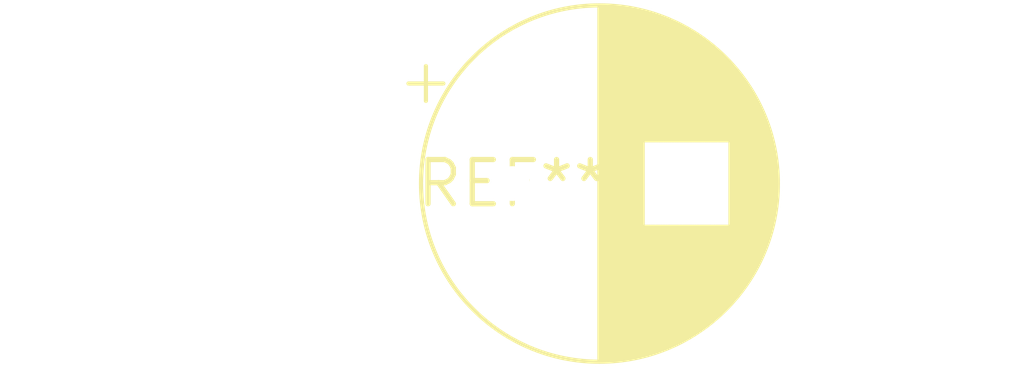
<source format=kicad_pcb>
(kicad_pcb (version 20240108) (generator pcbnew)
  (layers (0 "F.Cu" signal) (31 "B.Cu" signal) (34 "B.Paste" user) (35 "F.Paste" user) (36 "B.SilkS" user "B.Silkscreen") (37 "F.SilkS" user "F.Silkscreen") (38 "B.Mask" user) (39 "F.Mask" user) (44 "Edge.Cuts" user))
  (net 0 "")
  (footprint "CP_Radial_D10.0mm_P5.00mm" (layer "F.Cu") (at 0 0)
    (property "Reference" "REF**")
    (property "Value" "CP_Radial_D10.0mm_P5.00mm")
    (fp_line (start -2.979646 -2.875) (end -1.979646 -2.875) (layer "F.SilkS") (stroke (width 0.12)))
    (fp_line (start -2.479646 -3.375) (end -2.479646 -2.375) (layer "F.SilkS") (stroke (width 0.12)))
    (fp_line (start 2.5 -5.08) (end 2.5 5.08) (layer "F.SilkS") (stroke (width 0.12)))
    (fp_line (start 2.54 -5.08) (end 2.54 5.08) (layer "F.SilkS") (stroke (width 0.12)))
    (fp_line (start 2.58 -5.08) (end 2.58 5.08) (layer "F.SilkS") (stroke (width 0.12)))
    (fp_line (start 2.62 -5.079) (end 2.62 5.079) (layer "F.SilkS") (stroke (width 0.12)))
    (fp_line (start 2.66 -5.078) (end 2.66 5.078) (layer "F.SilkS") (stroke (width 0.12)))
    (fp_line (start 2.7 -5.077) (end 2.7 5.077) (layer "F.SilkS") (stroke (width 0.12)))
    (fp_line (start 2.74 -5.075) (end 2.74 5.075) (layer "F.SilkS") (stroke (width 0.12)))
    (fp_line (start 2.78 -5.073) (end 2.78 5.073) (layer "F.SilkS") (stroke (width 0.12)))
    (fp_line (start 2.82 -5.07) (end 2.82 5.07) (layer "F.SilkS") (stroke (width 0.12)))
    (fp_line (start 2.86 -5.068) (end 2.86 5.068) (layer "F.SilkS") (stroke (width 0.12)))
    (fp_line (start 2.9 -5.065) (end 2.9 5.065) (layer "F.SilkS") (stroke (width 0.12)))
    (fp_line (start 2.94 -5.062) (end 2.94 5.062) (layer "F.SilkS") (stroke (width 0.12)))
    (fp_line (start 2.98 -5.058) (end 2.98 5.058) (layer "F.SilkS") (stroke (width 0.12)))
    (fp_line (start 3.02 -5.054) (end 3.02 5.054) (layer "F.SilkS") (stroke (width 0.12)))
    (fp_line (start 3.06 -5.05) (end 3.06 5.05) (layer "F.SilkS") (stroke (width 0.12)))
    (fp_line (start 3.1 -5.045) (end 3.1 5.045) (layer "F.SilkS") (stroke (width 0.12)))
    (fp_line (start 3.14 -5.04) (end 3.14 5.04) (layer "F.SilkS") (stroke (width 0.12)))
    (fp_line (start 3.18 -5.035) (end 3.18 5.035) (layer "F.SilkS") (stroke (width 0.12)))
    (fp_line (start 3.221 -5.03) (end 3.221 5.03) (layer "F.SilkS") (stroke (width 0.12)))
    (fp_line (start 3.261 -5.024) (end 3.261 5.024) (layer "F.SilkS") (stroke (width 0.12)))
    (fp_line (start 3.301 -5.018) (end 3.301 5.018) (layer "F.SilkS") (stroke (width 0.12)))
    (fp_line (start 3.341 -5.011) (end 3.341 5.011) (layer "F.SilkS") (stroke (width 0.12)))
    (fp_line (start 3.381 -5.004) (end 3.381 5.004) (layer "F.SilkS") (stroke (width 0.12)))
    (fp_line (start 3.421 -4.997) (end 3.421 4.997) (layer "F.SilkS") (stroke (width 0.12)))
    (fp_line (start 3.461 -4.99) (end 3.461 4.99) (layer "F.SilkS") (stroke (width 0.12)))
    (fp_line (start 3.501 -4.982) (end 3.501 4.982) (layer "F.SilkS") (stroke (width 0.12)))
    (fp_line (start 3.541 -4.974) (end 3.541 4.974) (layer "F.SilkS") (stroke (width 0.12)))
    (fp_line (start 3.581 -4.965) (end 3.581 4.965) (layer "F.SilkS") (stroke (width 0.12)))
    (fp_line (start 3.621 -4.956) (end 3.621 4.956) (layer "F.SilkS") (stroke (width 0.12)))
    (fp_line (start 3.661 -4.947) (end 3.661 4.947) (layer "F.SilkS") (stroke (width 0.12)))
    (fp_line (start 3.701 -4.938) (end 3.701 4.938) (layer "F.SilkS") (stroke (width 0.12)))
    (fp_line (start 3.741 -4.928) (end 3.741 4.928) (layer "F.SilkS") (stroke (width 0.12)))
    (fp_line (start 3.781 -4.918) (end 3.781 -1.241) (layer "F.SilkS") (stroke (width 0.12)))
    (fp_line (start 3.781 1.241) (end 3.781 4.918) (layer "F.SilkS") (stroke (width 0.12)))
    (fp_line (start 3.821 -4.907) (end 3.821 -1.241) (layer "F.SilkS") (stroke (width 0.12)))
    (fp_line (start 3.821 1.241) (end 3.821 4.907) (layer "F.SilkS") (stroke (width 0.12)))
    (fp_line (start 3.861 -4.897) (end 3.861 -1.241) (layer "F.SilkS") (stroke (width 0.12)))
    (fp_line (start 3.861 1.241) (end 3.861 4.897) (layer "F.SilkS") (stroke (width 0.12)))
    (fp_line (start 3.901 -4.885) (end 3.901 -1.241) (layer "F.SilkS") (stroke (width 0.12)))
    (fp_line (start 3.901 1.241) (end 3.901 4.885) (layer "F.SilkS") (stroke (width 0.12)))
    (fp_line (start 3.941 -4.874) (end 3.941 -1.241) (layer "F.SilkS") (stroke (width 0.12)))
    (fp_line (start 3.941 1.241) (end 3.941 4.874) (layer "F.SilkS") (stroke (width 0.12)))
    (fp_line (start 3.981 -4.862) (end 3.981 -1.241) (layer "F.SilkS") (stroke (width 0.12)))
    (fp_line (start 3.981 1.241) (end 3.981 4.862) (layer "F.SilkS") (stroke (width 0.12)))
    (fp_line (start 4.021 -4.85) (end 4.021 -1.241) (layer "F.SilkS") (stroke (width 0.12)))
    (fp_line (start 4.021 1.241) (end 4.021 4.85) (layer "F.SilkS") (stroke (width 0.12)))
    (fp_line (start 4.061 -4.837) (end 4.061 -1.241) (layer "F.SilkS") (stroke (width 0.12)))
    (fp_line (start 4.061 1.241) (end 4.061 4.837) (layer "F.SilkS") (stroke (width 0.12)))
    (fp_line (start 4.101 -4.824) (end 4.101 -1.241) (layer "F.SilkS") (stroke (width 0.12)))
    (fp_line (start 4.101 1.241) (end 4.101 4.824) (layer "F.SilkS") (stroke (width 0.12)))
    (fp_line (start 4.141 -4.811) (end 4.141 -1.241) (layer "F.SilkS") (stroke (width 0.12)))
    (fp_line (start 4.141 1.241) (end 4.141 4.811) (layer "F.SilkS") (stroke (width 0.12)))
    (fp_line (start 4.181 -4.797) (end 4.181 -1.241) (layer "F.SilkS") (stroke (width 0.12)))
    (fp_line (start 4.181 1.241) (end 4.181 4.797) (layer "F.SilkS") (stroke (width 0.12)))
    (fp_line (start 4.221 -4.783) (end 4.221 -1.241) (layer "F.SilkS") (stroke (width 0.12)))
    (fp_line (start 4.221 1.241) (end 4.221 4.783) (layer "F.SilkS") (stroke (width 0.12)))
    (fp_line (start 4.261 -4.768) (end 4.261 -1.241) (layer "F.SilkS") (stroke (width 0.12)))
    (fp_line (start 4.261 1.241) (end 4.261 4.768) (layer "F.SilkS") (stroke (width 0.12)))
    (fp_line (start 4.301 -4.754) (end 4.301 -1.241) (layer "F.SilkS") (stroke (width 0.12)))
    (fp_line (start 4.301 1.241) (end 4.301 4.754) (layer "F.SilkS") (stroke (width 0.12)))
    (fp_line (start 4.341 -4.738) (end 4.341 -1.241) (layer "F.SilkS") (stroke (width 0.12)))
    (fp_line (start 4.341 1.241) (end 4.341 4.738) (layer "F.SilkS") (stroke (width 0.12)))
    (fp_line (start 4.381 -4.723) (end 4.381 -1.241) (layer "F.SilkS") (stroke (width 0.12)))
    (fp_line (start 4.381 1.241) (end 4.381 4.723) (layer "F.SilkS") (stroke (width 0.12)))
    (fp_line (start 4.421 -4.707) (end 4.421 -1.241) (layer "F.SilkS") (stroke (width 0.12)))
    (fp_line (start 4.421 1.241) (end 4.421 4.707) (layer "F.SilkS") (stroke (width 0.12)))
    (fp_line (start 4.461 -4.69) (end 4.461 -1.241) (layer "F.SilkS") (stroke (width 0.12)))
    (fp_line (start 4.461 1.241) (end 4.461 4.69) (layer "F.SilkS") (stroke (width 0.12)))
    (fp_line (start 4.501 -4.674) (end 4.501 -1.241) (layer "F.SilkS") (stroke (width 0.12)))
    (fp_line (start 4.501 1.241) (end 4.501 4.674) (layer "F.SilkS") (stroke (width 0.12)))
    (fp_line (start 4.541 -4.657) (end 4.541 -1.241) (layer "F.SilkS") (stroke (width 0.12)))
    (fp_line (start 4.541 1.241) (end 4.541 4.657) (layer "F.SilkS") (stroke (width 0.12)))
    (fp_line (start 4.581 -4.639) (end 4.581 -1.241) (layer "F.SilkS") (stroke (width 0.12)))
    (fp_line (start 4.581 1.241) (end 4.581 4.639) (layer "F.SilkS") (stroke (width 0.12)))
    (fp_line (start 4.621 -4.621) (end 4.621 -1.241) (layer "F.SilkS") (stroke (width 0.12)))
    (fp_line (start 4.621 1.241) (end 4.621 4.621) (layer "F.SilkS") (stroke (width 0.12)))
    (fp_line (start 4.661 -4.603) (end 4.661 -1.241) (layer "F.SilkS") (stroke (width 0.12)))
    (fp_line (start 4.661 1.241) (end 4.661 4.603) (layer "F.SilkS") (stroke (width 0.12)))
    (fp_line (start 4.701 -4.584) (end 4.701 -1.241) (layer "F.SilkS") (stroke (width 0.12)))
    (fp_line (start 4.701 1.241) (end 4.701 4.584) (layer "F.SilkS") (stroke (width 0.12)))
    (fp_line (start 4.741 -4.564) (end 4.741 -1.241) (layer "F.SilkS") (stroke (width 0.12)))
    (fp_line (start 4.741 1.241) (end 4.741 4.564) (layer "F.SilkS") (stroke (width 0.12)))
    (fp_line (start 4.781 -4.545) (end 4.781 -1.241) (layer "F.SilkS") (stroke (width 0.12)))
    (fp_line (start 4.781 1.241) (end 4.781 4.545) (layer "F.SilkS") (stroke (width 0.12)))
    (fp_line (start 4.821 -4.525) (end 4.821 -1.241) (layer "F.SilkS") (stroke (width 0.12)))
    (fp_line (start 4.821 1.241) (end 4.821 4.525) (layer "F.SilkS") (stroke (width 0.12)))
    (fp_line (start 4.861 -4.504) (end 4.861 -1.241) (layer "F.SilkS") (stroke (width 0.12)))
    (fp_line (start 4.861 1.241) (end 4.861 4.504) (layer "F.SilkS") (stroke (width 0.12)))
    (fp_line (start 4.901 -4.483) (end 4.901 -1.241) (layer "F.SilkS") (stroke (width 0.12)))
    (fp_line (start 4.901 1.241) (end 4.901 4.483) (layer "F.SilkS") (stroke (width 0.12)))
    (fp_line (start 4.941 -4.462) (end 4.941 -1.241) (layer "F.SilkS") (stroke (width 0.12)))
    (fp_line (start 4.941 1.241) (end 4.941 4.462) (layer "F.SilkS") (stroke (width 0.12)))
    (fp_line (start 4.981 -4.44) (end 4.981 -1.241) (layer "F.SilkS") (stroke (width 0.12)))
    (fp_line (start 4.981 1.241) (end 4.981 4.44) (layer "F.SilkS") (stroke (width 0.12)))
    (fp_line (start 5.021 -4.417) (end 5.021 -1.241) (layer "F.SilkS") (stroke (width 0.12)))
    (fp_line (start 5.021 1.241) (end 5.021 4.417) (layer "F.SilkS") (stroke (width 0.12)))
    (fp_line (start 5.061 -4.395) (end 5.061 -1.241) (layer "F.SilkS") (stroke (width 0.12)))
    (fp_line (start 5.061 1.241) (end 5.061 4.395) (layer "F.SilkS") (stroke (width 0.12)))
    (fp_line (start 5.101 -4.371) (end 5.101 -1.241) (layer "F.SilkS") (stroke (width 0.12)))
    (fp_line (start 5.101 1.241) (end 5.101 4.371) (layer "F.SilkS") (stroke (width 0.12)))
    (fp_line (start 5.141 -4.347) (end 5.141 -1.241) (layer "F.SilkS") (stroke (width 0.12)))
    (fp_line (start 5.141 1.241) (end 5.141 4.347) (layer "F.SilkS") (stroke (width 0.12)))
    (fp_line (start 5.181 -4.323) (end 5.181 -1.241) (layer "F.SilkS") (stroke (width 0.12)))
    (fp_line (start 5.181 1.241) (end 5.181 4.323) (layer "F.SilkS") (stroke (width 0.12)))
    (fp_line (start 5.221 -4.298) (end 5.221 -1.241) (layer "F.SilkS") (stroke (width 0.12)))
    (fp_line (start 5.221 1.241) (end 5.221 4.298) (layer "F.SilkS") (stroke (width 0.12)))
    (fp_line (start 5.261 -4.273) (end 5.261 -1.241) (layer "F.SilkS") (stroke (width 0.12)))
    (fp_line (start 5.261 1.241) (end 5.261 4.273) (layer "F.SilkS") (stroke (width 0.12)))
    (fp_line (start 5.301 -4.247) (end 5.301 -1.241) (layer "F.SilkS") (stroke (width 0.12)))
    (fp_line (start 5.301 1.241) (end 5.301 4.247) (layer "F.SilkS") (stroke (width 0.12)))
    (fp_line (start 5.341 -4.221) (end 5.341 -1.241) (layer "F.SilkS") (stroke (width 0.12)))
    (fp_line (start 5.341 1.241) (end 5.341 4.221) (layer "F.SilkS") (stroke (width 0.12)))
    (fp_line (start 5.381 -4.194) (end 5.381 -1.241) (layer "F.SilkS") (stroke (width 0.12)))
    (fp_line (start 5.381 1.241) (end 5.381 4.194) (layer "F.SilkS") (stroke (width 0.12)))
    (fp_line (start 5.421 -4.166) (end 5.421 -1.241) (layer "F.SilkS") (stroke (width 0.12)))
    (fp_line (start 5.421 1.241) (end 5.421 4.166) (layer "F.SilkS") (stroke (width 0.12)))
    (fp_line (start 5.461 -4.138) (end 5.461 -1.241) (layer "F.SilkS") (stroke (width 0.12)))
    (fp_line (start 5.461 1.241) (end 5.461 4.138) (layer "F.SilkS") (stroke (width 0.12)))
    (fp_line (start 5.501 -4.11) (end 5.501 -1.241) (layer "F.SilkS") (stroke (width 0.12)))
    (fp_line (start 5.501 1.241) (end 5.501 4.11) (layer "F.SilkS") (stroke (width 0.12)))
    (fp_line (start 5.541 -4.08) (end 5.541 -1.241) (layer "F.SilkS") (stroke (width 0.12)))
    (fp_line (start 5.541 1.241) (end 5.541 4.08) (layer "F.SilkS") (stroke (width 0.12)))
    (fp_line (start 5.581 -4.05) (end 5.581 -1.241) (layer "F.SilkS") (stroke (width 0.12)))
    (fp_line (start 5.581 1.241) (end 5.581 4.05) (layer "F.SilkS") (stroke (width 0.12)))
    (fp_line (start 5.621 -4.02) (end 5.621 -1.241) (layer "F.SilkS") (stroke (width 0.12)))
    (fp_line (start 5.621 1.241) (end 5.621 4.02) (layer "F.SilkS") (stroke (width 0.12)))
    (fp_line (start 5.661 -3.989) (end 5.661 -1.241) (layer "F.SilkS") (stroke (width 0.12)))
    (fp_line (start 5.661 1.241) (end 5.661 3.989) (layer "F.SilkS") (stroke (width 0.12)))
    (fp_line (start 5.701 -3.957) (end 5.701 -1.241) (layer "F.SilkS") (stroke (width 0.12)))
    (fp_line (start 5.701 1.241) (end 5.701 3.957) (layer "F.SilkS") (stroke (width 0.12)))
    (fp_line (start 5.741 -3.925) (end 5.741 -1.241) (layer "F.SilkS") (stroke (width 0.12)))
    (fp_line (start 5.741 1.241) (end 5.741 3.925) (layer "F.SilkS") (stroke (width 0.12)))
    (fp_line (start 5.781 -3.892) (end 5.781 -1.241) (layer "F.SilkS") (stroke (width 0.12)))
    (fp_line (start 5.781 1.241) (end 5.781 3.892) (layer "F.SilkS") (stroke (width 0.12)))
    (fp_line (start 5.821 -3.858) (end 5.821 -1.241) (layer "F.SilkS") (stroke (width 0.12)))
    (fp_line (start 5.821 1.241) (end 5.821 3.858) (layer "F.SilkS") (stroke (width 0.12)))
    (fp_line (start 5.861 -3.824) (end 5.861 -1.241) (layer "F.SilkS") (stroke (width 0.12)))
    (fp_line (start 5.861 1.241) (end 5.861 3.824) (layer "F.SilkS") (stroke (width 0.12)))
    (fp_line (start 5.901 -3.789) (end 5.901 -1.241) (layer "F.SilkS") (stroke (width 0.12)))
    (fp_line (start 5.901 1.241) (end 5.901 3.789) (layer "F.SilkS") (stroke (width 0.12)))
    (fp_line (start 5.941 -3.753) (end 5.941 -1.241) (layer "F.SilkS") (stroke (width 0.12)))
    (fp_line (start 5.941 1.241) (end 5.941 3.753) (layer "F.SilkS") (stroke (width 0.12)))
    (fp_line (start 5.981 -3.716) (end 5.981 -1.241) (layer "F.SilkS") (stroke (width 0.12)))
    (fp_line (start 5.981 1.241) (end 5.981 3.716) (layer "F.SilkS") (stroke (width 0.12)))
    (fp_line (start 6.021 -3.679) (end 6.021 -1.241) (layer "F.SilkS") (stroke (width 0.12)))
    (fp_line (start 6.021 1.241) (end 6.021 3.679) (layer "F.SilkS") (stroke (width 0.12)))
    (fp_line (start 6.061 -3.64) (end 6.061 -1.241) (layer "F.SilkS") (stroke (width 0.12)))
    (fp_line (start 6.061 1.241) (end 6.061 3.64) (layer "F.SilkS") (stroke (width 0.12)))
    (fp_line (start 6.101 -3.601) (end 6.101 -1.241) (layer "F.SilkS") (stroke (width 0.12)))
    (fp_line (start 6.101 1.241) (end 6.101 3.601) (layer "F.SilkS") (stroke (width 0.12)))
    (fp_line (start 6.141 -3.561) (end 6.141 -1.241) (layer "F.SilkS") (stroke (width 0.12)))
    (fp_line (start 6.141 1.241) (end 6.141 3.561) (layer "F.SilkS") (stroke (width 0.12)))
    (fp_line (start 6.181 -3.52) (end 6.181 -1.241) (layer "F.SilkS") (stroke (width 0.12)))
    (fp_line (start 6.181 1.241) (end 6.181 3.52) (layer "F.SilkS") (stroke (width 0.12)))
    (fp_line (start 6.221 -3.478) (end 6.221 -1.241) (layer "F.SilkS") (stroke (width 0.12)))
    (fp_line (start 6.221 1.241) (end 6.221 3.478) (layer "F.SilkS") (stroke (width 0.12)))
    (fp_line (start 6.261 -3.436) (end 6.261 3.436) (layer "F.SilkS") (stroke (width 0.12)))
    (fp_line (start 6.301 -3.392) (end 6.301 3.392) (layer "F.SilkS") (stroke (width 0.12)))
    (fp_line (start 6.341 -3.347) (end 6.341 3.347) (layer "F.SilkS") (stroke (width 0.12)))
    (fp_line (start 6.381 -3.301) (end 6.381 3.301) (layer "F.SilkS") (stroke (width 0.12)))
    (fp_line (start 6.421 -3.254) (end 6.421 3.254) (layer "F.SilkS") (stroke (width 0.12)))
    (fp_line (start 6.461 -3.206) (end 6.461 3.206) (layer "F.SilkS") (stroke (width 0.12)))
    (fp_line (start 6.501 -3.156) (end 6.501 3.156) (layer "F.SilkS") (stroke (width 0.12)))
    (fp_line (start 6.541 -3.106) (end 6.541 3.106) (layer "F.SilkS") (stroke (width 0.12)))
    (fp_line (start 6.581 -3.054) (end 6.581 3.054) (layer "F.SilkS") (stroke (width 0.12)))
    (fp_line (start 6.621 -3) (end 6.621 3) (layer "F.SilkS") (stroke (width 0.12)))
    (fp_line (start 6.661 -2.945) (end 6.661 2.945) (layer "F.SilkS") (stroke (width 0.12)))
    (fp_line (start 6.701 -2.889) (end 6.701 2.889) (layer "F.SilkS") (stroke (width 0.12)))
    (fp_line (start 6.741 -2.83) (end 6.741 2.83) (layer "F.SilkS") (stroke (width 0.12)))
    (fp_line (start 6.781 -2.77) (end 6.781 2.77) (layer "F.SilkS") (stroke (width 0.12)))
    (fp_line (start 6.821 -2.709) (end 6.821 2.709) (layer "F.SilkS") (stroke (width 0.12)))
    (fp_line (start 6.861 -2.645) (end 6.861 2.645) (layer "F.SilkS") (stroke (width 0.12)))
    (fp_line (start 6.901 -2.579) (end 6.901 2.579) (layer "F.SilkS") (stroke (width 0.12)))
    (fp_line (start 6.941 -2.51) (end 6.941 2.51) (layer "F.SilkS") (stroke (width 0.12)))
    (fp_line (start 6.981 -2.439) (end 6.981 2.439) (layer "F.SilkS") (stroke (width 0.12)))
    (fp_line (start 7.021 -2.365) (end 7.021 2.365) (layer "F.SilkS") (stroke (width 0.12)))
    (fp_line (start 7.061 -2.289) (end 7.061 2.289) (layer "F.SilkS") (stroke (width 0.12)))
    (fp_line (start 7.101 -2.209) (end 7.101 2.209) (layer "F.SilkS") (stroke (width 0.12)))
    (fp_line (start 7.141 -2.125) (end 7.141 2.125) (layer "F.SilkS") (stroke (width 0.12)))
    (fp_line (start 7.181 -2.037) (end 7.181 2.037) (layer "F.SilkS") (stroke (width 0.12)))
    (fp_line (start 7.221 -1.944) (end 7.221 1.944) (layer "F.SilkS") (stroke (width 0.12)))
    (fp_line (start 7.261 -1.846) (end 7.261 1.846) (layer "F.SilkS") (stroke (width 0.12)))
    (fp_line (start 7.301 -1.742) (end 7.301 1.742) (layer "F.SilkS") (stroke (width 0.12)))
    (fp_line (start 7.341 -1.63) (end 7.341 1.63) (layer "F.SilkS") (stroke (width 0.12)))
    (fp_line (start 7.381 -1.51) (end 7.381 1.51) (layer "F.SilkS") (stroke (width 0.12)))
    (fp_line (start 7.421 -1.378) (end 7.421 1.378) (layer "F.SilkS") (stroke (width 0.12)))
    (fp_line (start 7.461 -1.23) (end 7.461 1.23) (layer "F.SilkS") (stroke (width 0.12)))
    (fp_line (start 7.501 -1.062) (end 7.501 1.062) (layer "F.SilkS") (stroke (width 0.12)))
    (fp_line (start 7.541 -0.862) (end 7.541 0.862) (layer "F.SilkS") (stroke (width 0.12)))
    (fp_line (start 7.581 -0.599) (end 7.581 0.599) (layer "F.SilkS") (stroke (width 0.12)))
    (fp_circle (center 2.5 0) (end 7.62 0) (layer "F.SilkS") (stroke (width 0.12)) (fill none))
    (pad "1" thru_hole rect (at 0 0) (size 2 2) (drill 1) (layers *.Cu *.Mask) (remove_unused_layers))
    (pad "2" thru_hole circle (at 5 0) (size 2 2) (drill 1) (layers *.Cu *.Mask) (remove_unused_layers))
  )
)
</source>
